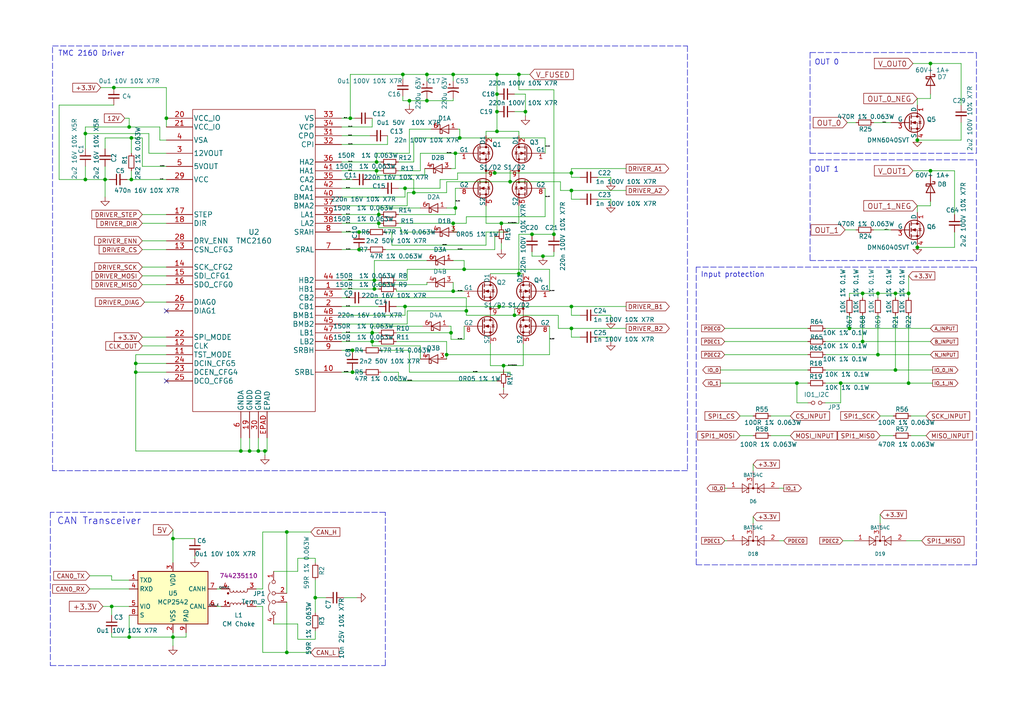
<source format=kicad_sch>
(kicad_sch (version 20211123) (generator eeschema)
  (paper "A4")
  (title_block (title "Duet 3 Expansion 1HCL") (date "2023-05-15") (rev "1.0a - AA-02-01") (company "Duet3D") (comment 1 "(c) Duet3D") (comment 2 "www.duet3d.com"))
  (junction (at 50.165 156.21))
  (junction (at 263.525 85.09))
  (junction (at 132.08 60.325))
  (junction (at 131.445 64.77))
  (junction (at 102.235 101.6))
  (junction (at 107.95 96.52))
  (junction (at 33.02 25.4))
  (junction (at 108.585 83.82))
  (junction (at 254.635 102.87))
  (junction (at 37.465 184.785))
  (junction (at 160.655 67.945))
  (junction (at 74.93 130.81))
  (junction (at 266.065 71.755))
  (junction (at 135.255 90.17))
  (junction (at 130.81 96.52))
  (junction (at 246.38 95.25))
  (junction (at 37.465 36.83))
  (junction (at 157.48 74.295))
  (junction (at 38.1 40.005))
  (junction (at 24.765 52.07))
  (junction (at 104.14 72.39))
  (junction (at 39.37 105.41))
  (junction (at 263.525 111.125))
  (junction (at 146.05 106.045))
  (junction (at 254.635 85.09))
  (junction (at 72.39 130.81))
  (junction (at 144.145 21.59))
  (junction (at 117.475 54.61))
  (junction (at 109.855 62.23))
  (junction (at 143.51 50.165))
  (junction (at 116.84 21.59))
  (junction (at 129.54 102.87))
  (junction (at 109.22 49.53))
  (junction (at 152.4 32.385))
  (junction (at 24.765 38.735))
  (junction (at 165.735 95.25))
  (junction (at 269.875 49.53))
  (junction (at 38.1 52.07))
  (junction (at 48.26 34.29))
  (junction (at 117.475 88.9))
  (junction (at 269.875 18.415))
  (junction (at 165.735 55.245))
  (junction (at 144.145 27.305))
  (junction (at 32.385 175.895))
  (junction (at 134.62 78.105))
  (junction (at 91.44 173.355))
  (junction (at 144.145 38.1))
  (junction (at 165.735 50.165))
  (junction (at 101.6 34.29))
  (junction (at 250.19 85.09))
  (junction (at 133.35 40.005))
  (junction (at 123.825 29.21))
  (junction (at 50.165 184.785))
  (junction (at 144.78 88.9))
  (junction (at 131.445 21.59))
  (junction (at 123.825 21.59))
  (junction (at 109.22 46.99))
  (junction (at 118.745 29.21))
  (junction (at 154.305 67.945))
  (junction (at 259.715 107.315))
  (junction (at 107.95 99.06))
  (junction (at 104.14 67.31))
  (junction (at 131.445 84.455))
  (junction (at 147.955 52.705))
  (junction (at 69.85 130.81))
  (junction (at 30.48 52.07))
  (junction (at 109.855 64.77))
  (junction (at 144.145 32.385))
  (junction (at 120.015 55.88))
  (junction (at 165.735 88.9))
  (junction (at 39.37 107.95))
  (junction (at 231.14 111.125))
  (junction (at 149.225 91.44))
  (junction (at 250.19 99.06))
  (junction (at 102.235 107.95))
  (junction (at 108.585 81.28))
  (junction (at 266.065 40.64))
  (junction (at 145.415 64.77))
  (junction (at 243.84 111.125))
  (junction (at 76.835 130.81))
  (junction (at 150.495 21.59))
  (junction (at 132.08 44.45))
  (junction (at 83.185 189.23))
  (junction (at 259.715 85.09))
  (junction (at 150.495 79.375))
  (junction (at 83.185 154.305))
  (no_connect (at 48.26 110.49))
  (no_connect (at 48.26 90.17))
  (wire (pts (xy 254.635 102.87) (xy 269.875 102.87)))
  (wire (pts (xy 131.445 23.495) (xy 131.445 21.59)))
  (wire (pts (xy 239.395 95.25) (xy 246.38 95.25)))
  (wire (pts (xy 231.14 111.125) (xy 234.315 111.125)))
  (wire (pts (xy 99.06 46.99) (xy 109.22 46.99)))
  (wire (pts (xy 41.275 62.23) (xy 48.26 62.23)))
  (wire (pts (xy 62.865 170.815) (xy 64.135 170.815)))
  (wire (pts (xy 144.145 27.305) (xy 144.145 21.59)))
  (wire (pts (xy 36.195 34.29) (xy 37.465 34.29)))
  (wire (pts (xy 116.84 29.21) (xy 118.745 29.21)))
  (wire (pts (xy 114.935 84.455) (xy 114.935 83.82)))
  (wire (pts (xy 254.635 102.87) (xy 254.635 91.44)))
  (wire (pts (xy 99.06 49.53) (xy 109.22 49.53)))
  (wire (pts (xy 109.855 83.82) (xy 108.585 83.82)))
  (wire (pts (xy 121.92 100.33) (xy 121.92 104.14)))
  (wire (pts (xy 86.36 161.925) (xy 91.44 161.925)))
  (wire (pts (xy 99.06 57.15) (xy 117.475 57.15)))
  (wire (pts (xy 278.765 18.415) (xy 269.875 18.415)))
  (wire (pts (xy 17.145 52.07) (xy 24.765 52.07)))
  (wire (pts (xy 269.875 18.415) (xy 264.795 18.415)))
  (polyline (pts (xy 234.95 46.355) (xy 234.95 75.565)))
  (wire (pts (xy 130.81 94.615) (xy 130.81 96.52)))
  (wire (pts (xy 132.08 54.61) (xy 133.35 54.61)))
  (wire (pts (xy 145.415 70.485) (xy 145.415 72.39)))
  (wire (pts (xy 91.44 161.925) (xy 91.44 163.195)))
  (wire (pts (xy 129.54 99.06) (xy 129.54 102.87)))
  (polyline (pts (xy 201.93 163.83) (xy 283.21 163.83)))
  (wire (pts (xy 266.065 71.755) (xy 266.065 72.39)))
  (wire (pts (xy 109.855 88.9) (xy 99.06 88.9)))
  (wire (pts (xy 140.97 38.1) (xy 144.145 38.1)))
  (wire (pts (xy 38.1 52.07) (xy 48.26 52.07)))
  (wire (pts (xy 109.22 44.45) (xy 109.22 46.99)))
  (wire (pts (xy 246.38 86.36) (xy 246.38 85.09)))
  (wire (pts (xy 254.635 85.09) (xy 259.715 85.09)))
  (wire (pts (xy 43.18 44.45) (xy 43.18 38.735)))
  (wire (pts (xy 263.525 111.125) (xy 263.525 91.44)))
  (wire (pts (xy 107.95 100.33) (xy 121.92 100.33)))
  (wire (pts (xy 135.255 64.77) (xy 135.255 62.865)))
  (wire (pts (xy 144.78 88.9) (xy 165.735 88.9)))
  (wire (pts (xy 149.225 91.44) (xy 149.225 89.535)))
  (wire (pts (xy 150.495 26.035) (xy 160.655 26.035)))
  (wire (pts (xy 246.38 91.44) (xy 246.38 95.25)))
  (wire (pts (xy 41.275 97.79) (xy 48.26 97.79)))
  (wire (pts (xy 118.11 55.88) (xy 120.015 55.88)))
  (wire (pts (xy 53.975 184.785) (xy 50.165 184.785)))
  (wire (pts (xy 144.78 88.9) (xy 144.78 89.535)))
  (wire (pts (xy 278.765 40.64) (xy 278.765 35.56)))
  (wire (pts (xy 123.825 29.21) (xy 131.445 29.21)))
  (wire (pts (xy 150.495 38.1) (xy 150.495 39.37)))
  (wire (pts (xy 144.145 38.1) (xy 150.495 38.1)))
  (wire (pts (xy 109.22 49.53) (xy 110.49 49.53)))
  (wire (pts (xy 253.365 66.675) (xy 258.445 66.675)))
  (wire (pts (xy 129.54 102.87) (xy 159.385 102.87)))
  (wire (pts (xy 134.62 75.565) (xy 134.62 78.105)))
  (wire (pts (xy 32.385 167.005) (xy 26.035 167.005)))
  (wire (pts (xy 266.065 71.755) (xy 276.86 71.755)))
  (wire (pts (xy 266.065 28.575) (xy 266.065 30.48)))
  (wire (pts (xy 239.395 107.315) (xy 259.715 107.315)))
  (wire (pts (xy 159.385 78.105) (xy 134.62 78.105)))
  (wire (pts (xy 177.165 97.79) (xy 177.165 99.06)))
  (wire (pts (xy 159.385 94.615) (xy 159.385 102.87)))
  (wire (pts (xy 83.185 174.625) (xy 83.185 189.23)))
  (wire (pts (xy 144.145 21.59) (xy 150.495 21.59)))
  (wire (pts (xy 154.305 73.025) (xy 154.305 74.295)))
  (wire (pts (xy 99.06 81.28) (xy 108.585 81.28)))
  (wire (pts (xy 115.57 54.61) (xy 117.475 54.61)))
  (wire (pts (xy 146.05 107.315) (xy 146.05 106.045)))
  (wire (pts (xy 112.395 39.37) (xy 112.395 41.91)))
  (wire (pts (xy 149.225 32.385) (xy 152.4 32.385)))
  (wire (pts (xy 118.745 37.465) (xy 118.745 44.45)))
  (wire (pts (xy 50.165 163.195) (xy 50.165 156.21)))
  (wire (pts (xy 86.36 165.735) (xy 86.36 161.925)))
  (wire (pts (xy 46.355 40.64) (xy 46.355 36.83)))
  (wire (pts (xy 41.275 64.77) (xy 48.26 64.77)))
  (polyline (pts (xy 15.24 13.335) (xy 199.39 13.335)))
  (wire (pts (xy 140.97 67.31) (xy 140.97 71.12)))
  (wire (pts (xy 102.235 107.95) (xy 105.41 107.95)))
  (wire (pts (xy 150.495 21.59) (xy 150.495 26.035)))
  (wire (pts (xy 109.855 64.77) (xy 99.06 64.77)))
  (wire (pts (xy 168.275 51.435) (xy 165.735 51.435)))
  (wire (pts (xy 150.495 67.945) (xy 150.495 79.375)))
  (wire (pts (xy 208.915 107.315) (xy 234.315 107.315)))
  (wire (pts (xy 269.875 49.53) (xy 269.875 50.8)))
  (wire (pts (xy 41.275 72.39) (xy 48.26 72.39)))
  (wire (pts (xy 147.955 107.95) (xy 118.745 107.95)))
  (wire (pts (xy 48.26 87.63) (xy 41.91 87.63)))
  (wire (pts (xy 255.27 149.225) (xy 255.27 151.765)))
  (wire (pts (xy 266.065 59.69) (xy 269.875 59.69)))
  (wire (pts (xy 177.165 57.785) (xy 177.165 59.055)))
  (wire (pts (xy 243.84 111.125) (xy 263.525 111.125)))
  (wire (pts (xy 132.08 62.23) (xy 132.08 60.325)))
  (wire (pts (xy 76.835 132.08) (xy 76.835 130.81)))
  (wire (pts (xy 129.54 104.14) (xy 129.54 102.87)))
  (wire (pts (xy 53.975 183.515) (xy 53.975 184.785)))
  (wire (pts (xy 263.525 85.09) (xy 263.525 86.36)))
  (wire (pts (xy 38.1 40.005) (xy 38.1 44.45)))
  (wire (pts (xy 123.825 75.565) (xy 108.585 75.565)))
  (wire (pts (xy 154.305 74.295) (xy 157.48 74.295)))
  (wire (pts (xy 181.61 88.9) (xy 165.735 88.9)))
  (wire (pts (xy 24.765 48.26) (xy 24.765 52.07)))
  (wire (pts (xy 266.065 59.69) (xy 266.065 61.595)))
  (wire (pts (xy 159.385 78.105) (xy 159.385 84.455)))
  (wire (pts (xy 102.235 101.6) (xy 102.235 102.235)))
  (wire (pts (xy 120.015 40.005) (xy 133.35 40.005)))
  (wire (pts (xy 165.735 50.165) (xy 165.735 51.435)))
  (wire (pts (xy 250.19 91.44) (xy 250.19 99.06)))
  (wire (pts (xy 142.24 99.695) (xy 142.24 106.045)))
  (wire (pts (xy 48.26 36.83) (xy 48.26 34.29)))
  (wire (pts (xy 131.445 64.77) (xy 135.255 64.77)))
  (wire (pts (xy 121.92 44.45) (xy 132.08 44.45)))
  (wire (pts (xy 117.475 54.61) (xy 117.475 57.15)))
  (wire (pts (xy 37.465 34.29) (xy 37.465 36.83)))
  (wire (pts (xy 37.465 36.83) (xy 46.355 36.83)))
  (wire (pts (xy 125.095 37.465) (xy 118.745 37.465)))
  (wire (pts (xy 239.395 116.84) (xy 243.84 116.84)))
  (wire (pts (xy 165.735 95.25) (xy 161.925 95.25)))
  (wire (pts (xy 30.48 52.07) (xy 30.48 57.15)))
  (wire (pts (xy 76.2 170.815) (xy 76.2 154.305)))
  (wire (pts (xy 120.015 52.07) (xy 120.015 55.88)))
  (wire (pts (xy 43.18 38.735) (xy 24.765 38.735)))
  (wire (pts (xy 266.065 40.64) (xy 266.065 41.275)))
  (wire (pts (xy 210.82 156.845) (xy 210.185 156.845)))
  (wire (pts (xy 74.93 127) (xy 74.93 130.81)))
  (wire (pts (xy 72.39 127) (xy 72.39 130.81)))
  (wire (pts (xy 118.745 101.6) (xy 118.745 107.95)))
  (wire (pts (xy 152.4 32.385) (xy 152.4 33.655)))
  (wire (pts (xy 133.35 40.005) (xy 158.115 40.005)))
  (wire (pts (xy 102.235 52.07) (xy 99.06 52.07)))
  (polyline (pts (xy 283.21 77.47) (xy 201.93 77.47)))
  (wire (pts (xy 99.06 99.06) (xy 107.95 99.06)))
  (wire (pts (xy 104.14 67.31) (xy 99.06 67.31)))
  (wire (pts (xy 56.515 156.21) (xy 50.165 156.21)))
  (wire (pts (xy 30.48 40.005) (xy 38.1 40.005)))
  (wire (pts (xy 173.355 57.785) (xy 177.165 57.785)))
  (wire (pts (xy 165.735 97.79) (xy 168.275 97.79)))
  (wire (pts (xy 30.48 43.18) (xy 30.48 40.005)))
  (wire (pts (xy 246.38 95.25) (xy 269.875 95.25)))
  (wire (pts (xy 173.355 51.435) (xy 177.165 51.435)))
  (wire (pts (xy 62.865 175.895) (xy 64.135 175.895)))
  (wire (pts (xy 26.035 170.815) (xy 37.465 170.815)))
  (wire (pts (xy 210.82 141.605) (xy 210.185 141.605)))
  (wire (pts (xy 161.925 95.25) (xy 161.925 91.44)))
  (wire (pts (xy 37.465 184.785) (xy 50.165 184.785)))
  (wire (pts (xy 48.26 100.33) (xy 41.275 100.33)))
  (wire (pts (xy 102.235 107.315) (xy 102.235 107.95)))
  (wire (pts (xy 278.765 30.48) (xy 278.765 18.415)))
  (wire (pts (xy 267.335 156.845) (xy 262.89 156.845)))
  (wire (pts (xy 129.54 60.325) (xy 132.08 60.325)))
  (wire (pts (xy 147.32 67.31) (xy 140.97 67.31)))
  (wire (pts (xy 145.415 64.77) (xy 145.415 65.405)))
  (polyline (pts (xy 111.76 148.59) (xy 14.605 148.59)))
  (wire (pts (xy 38.1 49.53) (xy 38.1 52.07)))
  (wire (pts (xy 31.75 52.07) (xy 30.48 52.07)))
  (wire (pts (xy 115.57 62.23) (xy 132.08 62.23)))
  (wire (pts (xy 105.41 101.6) (xy 102.235 101.6)))
  (wire (pts (xy 143.51 72.39) (xy 143.51 68.58)))
  (wire (pts (xy 109.22 46.99) (xy 110.49 46.99)))
  (wire (pts (xy 173.355 97.79) (xy 177.165 97.79)))
  (wire (pts (xy 121.92 49.53) (xy 121.92 44.45)))
  (wire (pts (xy 76.2 189.23) (xy 83.185 189.23)))
  (wire (pts (xy 41.275 77.47) (xy 48.26 77.47)))
  (wire (pts (xy 117.475 54.61) (xy 127.635 54.61)))
  (wire (pts (xy 142.24 106.045) (xy 146.05 106.045)))
  (wire (pts (xy 226.06 141.605) (xy 227.33 141.605)))
  (polyline (pts (xy 14.605 148.59) (xy 14.605 193.04)))
  (wire (pts (xy 120.015 46.99) (xy 120.015 40.005)))
  (wire (pts (xy 158.115 40.005) (xy 158.115 44.45)))
  (wire (pts (xy 214.63 126.365) (xy 218.44 126.365)))
  (wire (pts (xy 103.505 173.355) (xy 99.695 173.355)))
  (wire (pts (xy 129.54 52.705) (xy 147.955 52.705)))
  (wire (pts (xy 30.48 52.07) (xy 30.48 48.26)))
  (wire (pts (xy 48.26 102.87) (xy 39.37 102.87)))
  (wire (pts (xy 37.465 36.83) (xy 24.765 36.83)))
  (wire (pts (xy 111.76 72.39) (xy 143.51 72.39)))
  (wire (pts (xy 118.11 59.69) (xy 118.11 55.88)))
  (wire (pts (xy 101.6 21.59) (xy 116.84 21.59)))
  (wire (pts (xy 177.165 51.435) (xy 177.165 52.705)))
  (wire (pts (xy 160.655 73.025) (xy 160.655 74.295)))
  (wire (pts (xy 255.27 126.365) (xy 259.08 126.365)))
  (wire (pts (xy 109.855 62.23) (xy 99.06 62.23)))
  (wire (pts (xy 29.21 25.4) (xy 33.02 25.4)))
  (wire (pts (xy 168.275 91.44) (xy 165.735 91.44)))
  (wire (pts (xy 39.37 105.41) (xy 39.37 107.95)))
  (wire (pts (xy 109.855 62.23) (xy 109.855 60.325)))
  (wire (pts (xy 110.49 62.23) (xy 109.855 62.23)))
  (wire (pts (xy 259.715 91.44) (xy 259.715 107.315)))
  (wire (pts (xy 234.315 116.84) (xy 231.14 116.84)))
  (wire (pts (xy 118.11 78.105) (xy 118.11 81.28)))
  (wire (pts (xy 269.875 49.53) (xy 264.795 49.53)))
  (wire (pts (xy 50.165 187.325) (xy 50.165 184.785)))
  (wire (pts (xy 165.735 48.895) (xy 165.735 50.165)))
  (wire (pts (xy 108.585 82.55) (xy 123.825 82.55)))
  (wire (pts (xy 133.35 37.465) (xy 132.715 37.465)))
  (wire (pts (xy 109.855 60.325) (xy 121.92 60.325)))
  (wire (pts (xy 76.835 130.81) (xy 77.47 130.81)))
  (wire (pts (xy 231.14 116.84) (xy 231.14 111.125)))
  (wire (pts (xy 127.635 54.61) (xy 127.635 52.07)))
  (wire (pts (xy 143.51 49.53) (xy 143.51 50.165)))
  (wire (pts (xy 72.39 130.81) (xy 74.93 130.81)))
  (wire (pts (xy 144.145 32.385) (xy 144.145 38.1)))
  (wire (pts (xy 214.63 120.65) (xy 218.44 120.65)))
  (wire (pts (xy 151.765 99.695) (xy 151.765 106.045)))
  (wire (pts (xy 165.735 57.785) (xy 165.735 55.245)))
  (wire (pts (xy 130.175 94.615) (xy 130.81 94.615)))
  (wire (pts (xy 39.37 102.87) (xy 39.37 105.41)))
  (wire (pts (xy 48.26 107.95) (xy 39.37 107.95)))
  (wire (pts (xy 143.51 50.165) (xy 165.735 50.165)))
  (wire (pts (xy 147.955 52.705) (xy 147.955 49.53)))
  (wire (pts (xy 41.275 82.55) (xy 48.26 82.55)))
  (wire (pts (xy 149.225 27.305) (xy 152.4 27.305)))
  (wire (pts (xy 118.745 30.48) (xy 118.745 29.21)))
  (wire (pts (xy 107.95 96.52) (xy 99.06 96.52)))
  (wire (pts (xy 130.81 98.425) (xy 134.62 98.425)))
  (wire (pts (xy 132.08 48.895) (xy 132.08 44.45)))
  (wire (pts (xy 36.83 52.07) (xy 38.1 52.07)))
  (wire (pts (xy 108.585 81.28) (xy 109.855 81.28)))
  (wire (pts (xy 266.065 40.64) (xy 278.765 40.64)))
  (wire (pts (xy 142.24 79.375) (xy 150.495 79.375)))
  (wire (pts (xy 86.36 185.42) (xy 86.36 180.975)))
  (wire (pts (xy 107.95 36.83) (xy 107.95 34.29)))
  (wire (pts (xy 118.745 29.21) (xy 123.825 29.21)))
  (wire (pts (xy 131.445 84.455) (xy 114.935 84.455)))
  (wire (pts (xy 108.585 83.82) (xy 108.585 82.55)))
  (wire (pts (xy 130.81 48.895) (xy 132.08 48.895)))
  (wire (pts (xy 108.585 75.565) (xy 108.585 81.28)))
  (wire (pts (xy 173.355 91.44) (xy 177.165 91.44)))
  (wire (pts (xy 269.875 18.415) (xy 269.875 19.685)))
  (wire (pts (xy 114.935 88.9) (xy 117.475 88.9)))
  (wire (pts (xy 118.11 93.98) (xy 118.11 90.17)))
  (wire (pts (xy 91.44 182.88) (xy 91.44 185.42)))
  (wire (pts (xy 116.84 21.59) (xy 123.825 21.59)))
  (wire (pts (xy 130.81 96.52) (xy 130.81 98.425)))
  (wire (pts (xy 106.045 86.36) (xy 135.255 86.36)))
  (polyline (pts (xy 199.39 13.335) (xy 199.39 136.525)))
  (wire (pts (xy 160.655 26.035) (xy 160.655 67.945)))
  (wire (pts (xy 114.935 96.52) (xy 130.81 96.52)))
  (wire (pts (xy 150.495 64.77) (xy 145.415 64.77)))
  (wire (pts (xy 165.735 48.895) (xy 181.61 48.895)))
  (wire (pts (xy 263.525 111.125) (xy 270.51 111.125)))
  (wire (pts (xy 259.715 85.09) (xy 259.715 86.36)))
  (wire (pts (xy 107.95 99.06) (xy 107.95 100.33)))
  (wire (pts (xy 218.44 134.62) (xy 218.44 136.525)))
  (polyline (pts (xy 14.605 193.04) (xy 111.76 193.04)))
  (wire (pts (xy 234.315 102.87) (xy 210.185 102.87)))
  (wire (pts (xy 177.165 91.44) (xy 177.165 92.71)))
  (wire (pts (xy 165.735 91.44) (xy 165.735 88.9)))
  (wire (pts (xy 99.06 59.69) (xy 118.11 59.69)))
  (wire (pts (xy 99.06 39.37) (xy 107.315 39.37)))
  (wire (pts (xy 135.255 86.36) (xy 135.255 90.17)))
  (polyline (pts (xy 283.21 44.45) (xy 283.21 15.24)))
  (wire (pts (xy 77.47 130.81) (xy 77.47 127)))
  (wire (pts (xy 116.205 67.31) (xy 125.095 67.31)))
  (wire (pts (xy 99.06 34.29) (xy 101.6 34.29)))
  (polyline (pts (xy 201.93 77.47) (xy 201.93 163.83)))
  (wire (pts (xy 109.22 50.8) (xy 123.19 50.8)))
  (wire (pts (xy 218.44 149.86) (xy 218.44 151.765)))
  (wire (pts (xy 239.395 102.87) (xy 254.635 102.87)))
  (wire (pts (xy 118.745 44.45) (xy 109.22 44.45)))
  (wire (pts (xy 149.225 91.44) (xy 135.255 91.44)))
  (wire (pts (xy 132.715 50.165) (xy 143.51 50.165)))
  (wire (pts (xy 104.14 72.39) (xy 99.06 72.39)))
  (wire (pts (xy 145.415 64.77) (xy 140.97 64.77)))
  (wire (pts (xy 41.275 48.26) (xy 48.26 48.26)))
  (wire (pts (xy 38.1 40.005) (xy 41.275 40.005)))
  (wire (pts (xy 147.955 52.705) (xy 162.56 52.705)))
  (wire (pts (xy 109.855 66.04) (xy 116.205 66.04)))
  (wire (pts (xy 147.955 109.22) (xy 147.955 107.95)))
  (wire (pts (xy 168.275 57.785) (xy 165.735 57.785)))
  (wire (pts (xy 146.05 113.03) (xy 146.05 112.395)))
  (wire (pts (xy 116.84 22.86) (xy 116.84 21.59)))
  (wire (pts (xy 74.93 130.81) (xy 76.835 130.81)))
  (wire (pts (xy 91.44 185.42) (xy 86.36 185.42)))
  (wire (pts (xy 259.08 120.65) (xy 255.27 120.65)))
  (wire (pts (xy 113.665 71.12) (xy 140.97 71.12)))
  (wire (pts (xy 115.57 110.49) (xy 115.57 107.95)))
  (wire (pts (xy 79.375 180.975) (xy 86.36 180.975)))
  (wire (pts (xy 234.315 95.25) (xy 210.185 95.25)))
  (wire (pts (xy 106.68 72.39) (xy 104.14 72.39)))
  (wire (pts (xy 131.445 21.59) (xy 144.145 21.59)))
  (wire (pts (xy 37.465 175.895) (xy 32.385 175.895)))
  (wire (pts (xy 245.11 66.675) (xy 248.285 66.675)))
  (wire (pts (xy 108.585 83.82) (xy 99.06 83.82)))
  (wire (pts (xy 165.735 97.79) (xy 165.735 95.25)))
  (wire (pts (xy 113.665 67.31) (xy 113.665 71.12)))
  (wire (pts (xy 91.44 173.355) (xy 91.44 177.8)))
  (wire (pts (xy 48.26 40.64) (xy 46.355 40.64)))
  (wire (pts (xy 41.275 40.005) (xy 41.275 48.26)))
  (wire (pts (xy 99.06 54.61) (xy 110.49 54.61)))
  (wire (pts (xy 120.015 46.99) (xy 115.57 46.99)))
  (wire (pts (xy 250.19 85.09) (xy 254.635 85.09)))
  (wire (pts (xy 132.715 67.31) (xy 131.445 67.31)))
  (wire (pts (xy 223.52 126.365) (xy 229.235 126.365)))
  (wire (pts (xy 276.86 49.53) (xy 276.86 62.23)))
  (wire (pts (xy 115.57 107.95) (xy 110.49 107.95)))
  (wire (pts (xy 17.145 30.48) (xy 17.145 52.07)))
  (wire (pts (xy 131.445 75.565) (xy 134.62 75.565)))
  (wire (pts (xy 123.825 29.21) (xy 123.825 28.575)))
  (wire (pts (xy 99.06 107.95) (xy 102.235 107.95)))
  (wire (pts (xy 48.26 105.41) (xy 39.37 105.41)))
  (wire (pts (xy 48.26 34.29) (xy 48.26 25.4)))
  (wire (pts (xy 234.315 99.06) (xy 210.185 99.06)))
  (wire (pts (xy 157.48 74.295) (xy 160.655 74.295)))
  (wire (pts (xy 24.765 36.83) (xy 24.765 38.735)))
  (wire (pts (xy 101.6 34.29) (xy 102.87 34.29)))
  (wire (pts (xy 150.495 59.69) (xy 150.495 64.77)))
  (wire (pts (xy 109.22 49.53) (xy 109.22 50.8)))
  (wire (pts (xy 74.295 175.895) (xy 76.2 175.895)))
  (wire (pts (xy 123.825 23.495) (xy 123.825 21.59)))
  (wire (pts (xy 144.145 27.305) (xy 144.145 32.385)))
  (wire (pts (xy 110.49 64.77) (xy 109.855 64.77)))
  (wire (pts (xy 244.475 156.845) (xy 247.65 156.845)))
  (polyline (pts (xy 234.95 75.565) (xy 283.21 75.565)))
  (wire (pts (xy 127.635 52.07) (xy 132.715 52.07)))
  (wire (pts (xy 264.16 120.65) (xy 268.605 120.65)))
  (wire (pts (xy 107.95 94.615) (xy 122.555 94.615)))
  (wire (pts (xy 107.95 96.52) (xy 107.95 94.615)))
  (wire (pts (xy 227.33 156.845) (xy 226.06 156.845)))
  (wire (pts (xy 239.395 111.125) (xy 243.84 111.125)))
  (wire (pts (xy 99.06 36.83) (xy 107.95 36.83)))
  (wire (pts (xy 41.275 80.01) (xy 48.26 80.01)))
  (wire (pts (xy 115.57 49.53) (xy 121.92 49.53)))
  (wire (pts (xy 132.715 52.07) (xy 132.715 50.165)))
  (wire (pts (xy 115.57 110.49) (xy 144.145 110.49)))
  (wire (pts (xy 83.185 154.305) (xy 90.17 154.305)))
  (polyline (pts (xy 234.95 15.24) (xy 283.21 15.24)))
  (wire (pts (xy 32.385 178.435) (xy 32.385 175.895)))
  (wire (pts (xy 37.465 178.435) (xy 37.465 184.785)))
  (wire (pts (xy 69.85 130.81) (xy 72.39 130.81)))
  (wire (pts (xy 146.05 106.045) (xy 151.765 106.045)))
  (wire (pts (xy 131.445 84.455) (xy 134.62 84.455)))
  (wire (pts (xy 33.02 25.4) (xy 48.26 25.4)))
  (wire (pts (xy 263.525 80.01) (xy 263.525 85.09)))
  (wire (pts (xy 110.49 101.6) (xy 118.745 101.6)))
  (wire (pts (xy 109.855 64.77) (xy 109.855 66.04)))
  (wire (pts (xy 131.445 29.21) (xy 131.445 28.575)))
  (wire (pts (xy 134.62 98.425) (xy 134.62 94.615)))
  (wire (pts (xy 161.925 91.44) (xy 149.225 91.44)))
  (polyline (pts (xy 283.21 75.565) (xy 283.21 46.355)))
  (wire (pts (xy 50.165 156.21) (xy 50.165 153.67)))
  (wire (pts (xy 162.56 52.705) (xy 162.56 55.245)))
  (wire (pts (xy 154.305 67.945) (xy 160.655 67.945)))
  (wire (pts (xy 150.495 79.375) (xy 151.765 79.375)))
  (polyline (pts (xy 199.39 136.525) (xy 15.24 136.525)))
  (wire (pts (xy 33.02 30.48) (xy 17.145 30.48)))
  (wire (pts (xy 117.475 88.9) (xy 117.475 91.44)))
  (polyline (pts (xy 283.21 163.83) (xy 283.21 77.47)))
  (wire (pts (xy 259.715 107.315) (xy 270.51 107.315)))
  (wire (pts (xy 117.475 88.9) (xy 144.78 88.9)))
  (wire (pts (xy 41.275 69.85) (xy 48.26 69.85)))
  (wire (pts (xy 269.875 27.305) (xy 269.875 28.575)))
  (wire (pts (xy 268.605 126.365) (xy 264.16 126.365)))
  (wire (pts (xy 69.85 127) (xy 69.85 130.81)))
  (wire (pts (xy 39.37 130.81) (xy 69.85 130.81)))
  (wire (pts (xy 135.255 91.44) (xy 135.255 90.17)))
  (wire (pts (xy 250.19 86.36) (xy 250.19 85.09)))
  (wire (pts (xy 106.68 67.31) (xy 104.14 67.31)))
  (wire (pts (xy 162.56 55.245) (xy 165.735 55.245)))
  (wire (pts (xy 208.915 111.125) (xy 231.14 111.125)))
  (polyline (pts (xy 234.95 15.24) (xy 234.95 44.45)))
  (wire (pts (xy 132.08 44.45) (xy 133.35 44.45)))
  (wire (pts (xy 116.205 66.04) (xy 116.205 67.31)))
  (wire (pts (xy 112.395 41.91) (xy 99.06 41.91)))
  (wire (pts (xy 152.4 27.305) (xy 152.4 32.385)))
  (wire (pts (xy 131.445 67.31) (xy 131.445 64.77)))
  (wire (pts (xy 135.255 62.865) (xy 158.115 62.865)))
  (wire (pts (xy 102.235 101.6) (xy 99.06 101.6)))
  (wire (pts (xy 79.375 165.735) (xy 86.36 165.735)))
  (wire (pts (xy 118.11 90.17) (xy 135.255 90.17)))
  (wire (pts (xy 91.44 168.275) (xy 91.44 173.355)))
  (wire (pts (xy 123.19 50.8) (xy 123.19 48.895)))
  (wire (pts (xy 140.97 38.1) (xy 140.97 39.37)))
  (wire (pts (xy 24.765 38.735) (xy 24.765 43.18)))
  (wire (pts (xy 39.37 107.95) (xy 39.37 130.81)))
  (wire (pts (xy 83.185 189.23) (xy 90.17 189.23)))
  (wire (pts (xy 245.745 35.56) (xy 248.285 35.56)))
  (wire (pts (xy 83.185 172.085) (xy 83.185 154.305)))
  (wire (pts (xy 32.385 175.895) (xy 29.845 175.895)))
  (wire (pts (xy 134.62 78.105) (xy 118.11 78.105)))
  (wire (pts (xy 246.38 85.09) (xy 250.19 85.09)))
  (wire (pts (xy 269.875 58.42) (xy 269.875 59.69)))
  (wire (pts (xy 107.315 52.07) (xy 120.015 52.07)))
  (wire (pts (xy 100.965 86.36) (xy 99.06 86.36)))
  (wire (pts (xy 133.35 40.005) (xy 133.35 37.465)))
  (wire (pts (xy 129.54 52.705) (xy 129.54 55.88)))
  (wire (pts (xy 120.015 55.88) (xy 129.54 55.88)))
  (polyline (pts (xy 234.95 44.45) (xy 283.21 44.45)))
  (wire (pts (xy 165.735 95.25) (xy 181.61 95.25)))
  (wire (pts (xy 101.6 21.59) (xy 101.6 34.29)))
  (wire (pts (xy 123.825 82.55) (xy 123.825 81.915)))
  (wire (pts (xy 250.19 99.06) (xy 269.875 99.06)))
  (polyline (pts (xy 15.24 136.525) (xy 15.24 13.335)))
  (wire (pts (xy 123.825 21.59) (xy 131.445 21.59)))
  (wire (pts (xy 32.385 183.515) (xy 32.385 184.785)))
  (wire (pts (xy 253.365 35.56) (xy 258.445 35.56)))
  (wire (pts (xy 114.935 99.06) (xy 129.54 99.06)))
  (wire (pts (xy 111.76 67.31) (xy 113.665 67.31)))
  (wire (pts (xy 140.97 59.69) (xy 140.97 64.77)))
  (wire (pts (xy 276.86 49.53) (xy 269.875 49.53)))
  (wire (pts (xy 266.065 28.575) (xy 269.875 28.575)))
  (wire (pts (xy 118.11 81.28) (xy 114.935 81.28)))
  (wire (pts (xy 74.295 170.815) (xy 76.2 170.815)))
  (wire (pts (xy 91.44 173.355) (xy 94.615 173.355)))
  (wire (pts (xy 259.715 85.09) (xy 263.525 85.09)))
  (wire (pts (xy 158.115 54.61) (xy 158.115 62.865)))
  (wire (pts (xy 116.84 27.94) (xy 116.84 29.21)))
  (wire (pts (xy 223.52 120.65) (xy 229.235 120.65)))
  (wire (pts (xy 243.84 116.84) (xy 243.84 111.125)))
  (polyline (pts (xy 111.76 193.04) (xy 111.76 148.59)))
  (wire (pts (xy 131.445 81.915) (xy 131.445 84.455)))
  (wire (pts (xy 107.95 99.06) (xy 109.855 99.06)))
  (wire (pts (xy 37.465 168.275) (xy 32.385 168.275)))
  (wire (pts (xy 254.635 86.36) (xy 254.635 85.09)))
  (wire (pts (xy 150.495 21.59) (xy 153.67 21.59)))
  (wire (pts (xy 50.165 184.785) (xy 50.165 183.515)))
  (wire (pts (xy 76.2 154.305) (xy 83.185 154.305)))
  (wire (pts (xy 43.18 44.45) (xy 48.26 44.45)))
  (wire (pts (xy 32.385 168.275) (xy 32.385 167.005)))
  (wire (pts (xy 32.385 184.785) (xy 37.465 184.785)))
  (wire (pts (xy 239.395 99.06) (xy 250.19 99.06)))
  (wire (pts (xy 99.06 91.44) (xy 117.475 91.44)))
  (wire (pts (xy 132.08 54.61) (xy 132.08 60.325)))
  (wire (pts (xy 109.855 96.52) (xy 107.95 96.52)))
  (wire (pts (xy 99.06 93.98) (xy 118.11 93.98)))
  (wire (pts (xy 56.515 161.925) (xy 56.515 161.29)))
  (wire (pts (xy 115.57 64.77) (xy 131.445 64.77)))
  (wire (pts (xy 276.86 71.755) (xy 276.86 67.31)))
  (wire (pts (xy 76.2 175.895) (xy 76.2 189.23)))
  (polyline (pts (xy 234.95 46.355) (xy 283.21 46.355)))
  (wire (pts (xy 150.495 67.945) (xy 154.305 67.945)))
  (wire (pts (xy 181.61 55.245) (xy 165.735 55.245)))
  (wire (pts (xy 24.765 52.07) (xy 30.48 52.07)))
  (text "Input protection" (at 203.2 80.645 0) (effects (font (size 1.524 1.524)) (justify left bottom)))
  (text "OUT 0" (at 236.22 19.05 0) (effects (font (size 1.524 1.524)) (justify left bottom)))
  (text "CAN Transceiver" (at 16.51 152.4 0) (effects (font (size 2.0066 2.0066)) (justify left bottom)))
  (text "TMC 2160 Driver" (at 36.195 16.51 180) (effects (font (size 1.524 1.524)) (justify right bottom)))
  (text "OUT 1" (at 236.22 50.165 0) (effects (font (size 1.524 1.524)) (justify left bottom)))
  (label "D0_CPO" (at 100.965 41.91 0) (effects (font (size 0.2032 0.2032))))
  (label "D0_CA1" (at 100.33 54.61 0) (effects (font (size 0.2032 0.2032))))
  (label "D0_LA1" (at 100.33 62.23 0) (effects (font (size 0.2032 0.2032))))
  (label "D0_HAG1" (at 129.54 44.45 0) (effects (font (size 0.2032 0.2032))))
  (label "D0_VS" (at 99.695 34.29 0) (effects (font (size 0.2032 0.2032))))
  (label "out1_g" (at 256.54 66.675 0) (effects (font (size 0.2032 0.2032))))
  (label "D0_SRBG" (at 118.11 110.49 0) (effects (font (size 0.2032 0.2032))))
  (label "D0_LAG1" (at 132.08 58.42 0) (effects (font (size 0.2032 0.2032))))
  (label "D0_SRBH" (at 100.33 101.6 0) (effects (font (size 0.2032 0.2032))))
  (label "D0_VCP" (at 100.965 36.83 0) (effects (font (size 0.2032 0.2032))))
  (label "D0_LA2" (at 100.33 64.77 0) (effects (font (size 0.2032 0.2032))))
  (label "D0_SRAH" (at 100.33 67.31 0) (effects (font (size 0.2032 0.2032))))
  (label "out0_g" (at 255.905 35.56 0) (effects (font (size 0.2032 0.2032))))
  (label "D0_CB1" (at 100.33 88.9 0) (effects (font (size 0.2032 0.2032))))
  (label "D0_FETSOURCEB" (at 147.32 106.045 0) (effects (font (size 0.2032 0.2032))))
  (label "D0_LB2" (at 100.33 99.06 0) (effects (font (size 0.2032 0.2032))))
  (label "D_5VOUT" (at 46.355 48.26 0) (effects (font (size 0.2032 0.2032))))
  (label "D0_SRAG" (at 132.715 72.39 0) (effects (font (size 0.2032 0.2032))))
  (label "D0_HA1" (at 100.965 49.53 0) (effects (font (size 0.2032 0.2032))))
  (label "D_VCC" (at 46.355 52.07 0) (effects (font (size 0.2032 0.2032))))
  (label "D0_SRAT" (at 128.27 71.12 0) (effects (font (size 0.2032 0.2032))))
  (label "D0_HB1" (at 100.965 83.82 0) (effects (font (size 0.2032 0.2032))))
  (label "D0_SRBT" (at 137.16 107.95 0) (effects (font (size 0.2032 0.2032))))
  (label "D0_HAG2" (at 158.115 42.545 0) (effects (font (size 0.2032 0.2032))))
  (label "D0_SRAL" (at 100.33 72.39 0) (effects (font (size 0.2032 0.2032))))
  (label "D0_LAG2" (at 158.115 57.15 0) (effects (font (size 0.2032 0.2032))))
  (label "D0_LB1" (at 100.33 96.52 0) (effects (font (size 0.2032 0.2032))))
  (label "D0_CA2" (at 100.33 52.07 0) (effects (font (size 0.2032 0.2032))))
  (label "D0_CB2" (at 100.33 86.36 0) (effects (font (size 0.2032 0.2032))))
  (label "D0_FETSOURCEA" (at 147.32 64.77 0) (effects (font (size 0.2032 0.2032))))
  (label "CANH_C" (at 63.5 170.815 0) (effects (font (size 0.508 0.508))))
  (label "D0_HA2" (at 100.965 46.99 0) (effects (font (size 0.2032 0.2032))))
  (label "CANL_C" (at 63.5 175.895 180) (effects (font (size 0.508 0.508))))
  (label "D0_LBG1" (at 132.715 98.425 0) (effects (font (size 0.2032 0.2032))))
  (label "D0_SRBL" (at 99.695 107.95 0) (effects (font (size 0.2032 0.2032))))
  (label "D0_HBG1" (at 132.715 84.455 0) (effects (font (size 0.2032 0.2032))))
  (label "D0_CPI" (at 100.965 39.37 0) (effects (font (size 0.2032 0.2032))))
  (label "D0_LBG2" (at 159.385 98.425 0) (effects (font (size 0.2032 0.2032))))
  (label "D0_HB2" (at 100.965 81.28 0) (effects (font (size 0.2032 0.2032))))
  (label "D0_HBG2" (at 159.385 84.455 0) (effects (font (size 0.2032 0.2032))))
  (global_label "IO_1" (shape output) (at 227.33 141.605 0) (effects (font (size 0.9906 0.9906))) (property "Intersheet References" "${INTERSHEET_REFS}" (effects hide)))
  (global_label "12V" (shape input) (at 36.195 34.29 180) (property "Intersheet References" "${INTERSHEET_REFS}" (effects hide)))
  (global_label "PDEC0" (shape input) (at 227.33 156.845 0) (effects (font (size 0.9906 0.9906))) (property "Intersheet References" "${INTERSHEET_REFS}" (effects hide)))
  (global_label "DRIVER_MOSI" (shape input) (at 41.275 80.01 180) (property "Intersheet References" "${INTERSHEET_REFS}" (effects hide)))
  (global_label "DRIVER_STEP" (shape input) (at 41.275 62.23 180) (property "Intersheet References" "${INTERSHEET_REFS}" (effects hide)))
  (global_label "DRIVER_A2" (shape output) (at 181.61 55.245 0) (property "Intersheet References" "${INTERSHEET_REFS}" (effects hide)))
  (global_label "IO_1_IN" (shape output) (at 270.51 111.125 0) (effects (font (size 0.9906 0.9906))) (property "Intersheet References" "${INTERSHEET_REFS}" (effects hide)))
  (global_label "SPI1_MISO" (shape input) (at 255.27 126.365 180) (property "Intersheet References" "${INTERSHEET_REFS}" (effects hide)))
  (global_label "IO_0" (shape output) (at 208.915 107.315 180) (effects (font (size 0.9906 0.9906))) (property "Intersheet References" "${INTERSHEET_REFS}" (effects hide)))
  (global_label "DRIVER_MISO" (shape input) (at 41.275 82.55 180) (property "Intersheet References" "${INTERSHEET_REFS}" (effects hide)))
  (global_label "SPI1_MISO" (shape input) (at 267.335 156.845 0) (property "Intersheet References" "${INTERSHEET_REFS}" (effects hide)))
  (global_label "+3.3V" (shape input) (at 218.44 134.62 0) (effects (font (size 1.1938 1.1938))) (property "Intersheet References" "${INTERSHEET_REFS}" (effects hide)))
  (global_label "5V" (shape input) (at 50.165 153.67 180) (effects (font (size 1.524 1.524))) (property "Intersheet References" "${INTERSHEET_REFS}" (effects hide)))
  (global_label "SPI1_CS" (shape input) (at 214.63 120.65 180) (property "Intersheet References" "${INTERSHEET_REFS}" (effects hide)))
  (global_label "DRIVER_A1" (shape output) (at 181.61 48.895 0) (property "Intersheet References" "${INTERSHEET_REFS}" (effects hide)))
  (global_label "V_OUT1" (shape input) (at 264.795 49.53 180) (effects (font (size 1.524 1.524))) (property "Intersheet References" "${INTERSHEET_REFS}" (effects hide)))
  (global_label "+3.3V" (shape input) (at 41.275 97.79 180) (property "Intersheet References" "${INTERSHEET_REFS}" (effects hide)))
  (global_label "SPI1_MOSI" (shape input) (at 214.63 126.365 180) (property "Intersheet References" "${INTERSHEET_REFS}" (effects hide)))
  (global_label "PDEC1" (shape input) (at 210.185 99.06 180) (effects (font (size 0.9906 0.9906))) (property "Intersheet References" "${INTERSHEET_REFS}" (effects hide)))
  (global_label "IO_1" (shape output) (at 208.915 111.125 180) (effects (font (size 0.9906 0.9906))) (property "Intersheet References" "${INTERSHEET_REFS}" (effects hide)))
  (global_label "IO_0" (shape output) (at 210.185 141.605 180) (effects (font (size 0.9906 0.9906))) (property "Intersheet References" "${INTERSHEET_REFS}" (effects hide)))
  (global_label "V_OUT0" (shape input) (at 264.795 18.415 180) (effects (font (size 1.524 1.524))) (property "Intersheet References" "${INTERSHEET_REFS}" (effects hide)))
  (global_label "DRIVER_SCK" (shape input) (at 41.275 77.47 180) (property "Intersheet References" "${INTERSHEET_REFS}" (effects hide)))
  (global_label "CLK_OUT" (shape input) (at 41.275 100.33 180) (property "Intersheet References" "${INTERSHEET_REFS}" (effects hide)))
  (global_label "CAN0_RX" (shape input) (at 26.035 170.815 180) (property "Intersheet References" "${INTERSHEET_REFS}" (effects hide)))
  (global_label "SPI1_SCK" (shape input) (at 255.27 120.65 180) (property "Intersheet References" "${INTERSHEET_REFS}" (effects hide)))
  (global_label "PDEC2" (shape input) (at 244.475 156.845 180) (effects (font (size 0.9906 0.9906))) (property "Intersheet References" "${INTERSHEET_REFS}" (effects hide)))
  (global_label "OUT_0_NEG" (shape input) (at 266.065 28.575 180) (effects (font (size 1.524 1.524))) (property "Intersheet References" "${INTERSHEET_REFS}" (effects hide)))
  (global_label "OUT_0" (shape input) (at 245.745 35.56 180) (effects (font (size 1.524 1.524))) (property "Intersheet References" "${INTERSHEET_REFS}" (effects hide)))
  (global_label "+3.3V" (shape input) (at 263.525 80.01 0) (effects (font (size 1.1938 1.1938))) (property "Intersheet References" "${INTERSHEET_REFS}" (effects hide)))
  (global_label "A_INPUT" (shape input) (at 269.875 95.25 0) (effects (font (size 0.9906 0.9906))) (property "Intersheet References" "${INTERSHEET_REFS}" (effects hide)))
  (global_label "OUT_1" (shape input) (at 245.11 66.675 180) (effects (font (size 1.524 1.524))) (property "Intersheet References" "${INTERSHEET_REFS}" (effects hide)))
  (global_label "+3.3V" (shape input) (at 29.845 175.895 180) (effects (font (size 1.524 1.524))) (property "Intersheet References" "${INTERSHEET_REFS}" (effects hide)))
  (global_label "DRIVER_DIAG" (shape input) (at 41.91 87.63 180) (property "Intersheet References" "${INTERSHEET_REFS}" (effects hide)))
  (global_label "+3.3V" (shape input) (at 29.21 25.4 180) (property "Intersheet References" "${INTERSHEET_REFS}" (effects hide)))
  (global_label "DRIVER_DIR" (shape input) (at 41.275 64.77 180) (property "Intersheet References" "${INTERSHEET_REFS}" (effects hide)))
  (global_label "V_FUSED" (shape input) (at 153.67 21.59 0) (effects (font (size 1.524 1.524))) (property "Intersheet References" "${INTERSHEET_REFS}" (effects hide)))
  (global_label "DRIVER_CS" (shape input) (at 41.275 72.39 180) (property "Intersheet References" "${INTERSHEET_REFS}" (effects hide)))
  (global_label "MISO_INPUT" (shape input) (at 268.605 126.365 0) (property "Intersheet References" "${INTERSHEET_REFS}" (effects hide)))
  (global_label "PDEC1" (shape input) (at 210.185 156.845 180) (effects (font (size 0.9906 0.9906))) (property "Intersheet References" "${INTERSHEET_REFS}" (effects hide)))
  (global_label "OUT_1_NEG" (shape input) (at 266.065 59.69 180) (effects (font (size 1.524 1.524))) (property "Intersheet References" "${INTERSHEET_REFS}" (effects hide)))
  (global_label "MOSI_INPUT" (shape input) (at 229.235 126.365 0) (property "Intersheet References" "${INTERSHEET_REFS}" (effects hide)))
  (global_label "DRIVER_B1" (shape output) (at 181.61 88.9 0) (property "Intersheet References" "${INTERSHEET_REFS}" (effects hide)))
  (global_label "PDEC2" (shape input) (at 210.185 102.87 180) (effects (font (size 0.9906 0.9906))) (property "Intersheet References" "${INTERSHEET_REFS}" (effects hide)))
  (global_label "IO_0_IN" (shape output) (at 270.51 107.315 0) (effects (font (size 0.9906 0.9906))) (property "Intersheet References" "${INTERSHEET_REFS}" (effects hide)))
  (global_label "N_INPUT" (shape input) (at 269.875 102.87 0) (effects (font (size 0.9906 0.9906))) (property "Intersheet References" "${INTERSHEET_REFS}" (effects hide)))
  (global_label "+3.3V" (shape input) (at 255.27 149.225 0) (effects (font (size 1.1938 1.1938))) (property "Intersheet References" "${INTERSHEET_REFS}" (effects hide)))
  (global_label "CAN_L" (shape input) (at 90.17 189.23 0) (property "Intersheet References" "${INTERSHEET_REFS}" (effects hide)))
  (global_label "CAN0_TX" (shape input) (at 26.035 167.005 180) (property "Intersheet References" "${INTERSHEET_REFS}" (effects hide)))
  (global_label "+3.3V" (shape input) (at 218.44 149.86 0) (effects (font (size 1.1938 1.1938))) (property "Intersheet References" "${INTERSHEET_REFS}" (effects hide)))
  (global_label "CS_INPUT" (shape input) (at 229.235 120.65 0) (property "Intersheet References" "${INTERSHEET_REFS}" (effects hide)))
  (global_label "CAN_H" (shape input) (at 90.17 154.305 0) (property "Intersheet References" "${INTERSHEET_REFS}" (effects hide)))
  (global_label "B_INPUT" (shape input) (at 269.875 99.06 0) (effects (font (size 0.9906 0.9906))) (property "Intersheet References" "${INTERSHEET_REFS}" (effects hide)))
  (global_label "DRIVER_ENN" (shape input) (at 41.275 69.85 180) (property "Intersheet References" "${INTERSHEET_REFS}" (effects hide)))
  (global_label "DRIVER_B2" (shape output) (at 181.61 95.25 0) (property "Intersheet References" "${INTERSHEET_REFS}" (effects hide)))
  (global_label "PDEC0" (shape input) (at 210.185 95.25 180) (effects (font (size 0.9906 0.9906))) (property "Intersheet References" "${INTERSHEET_REFS}" (effects hide)))
  (global_label "SCK_INPUT" (shape input) (at 268.605 120.65 0) (property "Intersheet References" "${INTERSHEET_REFS}" (effects hide)))
  (symbol (lib_id "Device:R_Small") (at 250.825 66.675 270) (unit 1)
    (property "Reference" "R24" (at 251.0282 68.58 90))
    (property "Value" "470R 1% 0.063W" (at 251.1298 64.9478 90))
    (property "Footprint" "Resistor_SMD:R_0402_1005Metric_Wbry" (effects hide))
    (property "Part Number" "RC0402FR-07470RL" (effects hide))
  )
  (symbol (lib_id "Device:R_Small") (at 250.825 35.56 270) (unit 1)
    (property "Reference" "R25" (at 251.0282 37.465 90))
    (property "Value" "470R 1% 0.063W" (at 251.1298 33.8328 90))
    (property "Footprint" "Resistor_SMD:R_0402_1005Metric_Wbry" (effects hide))
    (property "Part Number" "RC0402FR-07470RL" (effects hide))
  )
  (symbol (lib_id "Duet3:GND") (at 266.065 41.275 0) (unit 1)
    (property "Reference" "#PWR017" (effects hide))
    (property "Value" "GND" (effects hide))
  )
  (symbol (lib_name "GND_14") (lib_id "Duet3:GND") (at 266.065 72.39 0) (unit 1)
    (property "Reference" "#PWR018" (effects hide))
    (property "Value" "GND" (effects hide))
  )
  (symbol (lib_id "Diode:BAT54C") (at 218.44 141.605 0) (mirror x) (unit 1)
    (property "Reference" "D6" (at 218.44 145.415 0) (effects (font (size 1.016 1.016))))
    (property "Value" "BAT54C" (at 218.44 137.795 0) (effects (font (size 1.016 1.016))))
    (property "Footprint" "Package_TO_SOT_SMD:SOT-23" (effects hide))
    (property "Part Number" "BAT54CLT1G" (effects hide))
  )
  (symbol (lib_id "Device:R_Small") (at 259.715 88.9 180) (unit 1)
    (property "Reference" "R21" (at 259.715 93.345 90))
    (property "Value" "10K 1% 0.1W" (at 257.81 84.455 90))
    (property "Footprint" "Resistor_SMD:R_0402_1005Metric_Wbry" (effects hide))
    (property "Part Number" "RK73H1ETTP1002F" (effects hide))
  )
  (symbol (lib_id "Device:R_Small") (at 263.525 88.9 180) (unit 1)
    (property "Reference" "R22" (at 263.525 93.345 90))
    (property "Value" "10K 1% 0.1W" (at 261.62 84.455 90))
    (property "Footprint" "Resistor_SMD:R_0402_1005Metric_Wbry" (effects hide))
    (property "Part Number" "RK73H1ETTP1002F" (effects hide))
  )
  (symbol (lib_id "Device:R_Small") (at 236.855 111.125 90) (unit 1)
    (property "Reference" "R19" (at 236.6518 109.22 90))
    (property "Value" "10K 1% 0.1W" (at 245.745 112.395 90))
    (property "Footprint" "Resistor_SMD:R_0402_1005Metric_Wbry" (effects hide))
    (property "Part Number" "RK73H1ETTP1002F" (effects hide))
  )
  (symbol (lib_id "Device:R_Small") (at 236.855 107.315 90) (unit 1)
    (property "Reference" "R18" (at 236.6518 105.41 90))
    (property "Value" "10K 1% 0.1W" (at 245.745 108.585 90))
    (property "Footprint" "Resistor_SMD:R_0402_1005Metric_Wbry" (effects hide))
    (property "Part Number" "RK73H1ETTP1002F" (effects hide))
  )
  (symbol (lib_id "Device:C_Small") (at 278.765 33.02 0) (unit 1)
    (property "Reference" "C29" (at 276.225 29.21 0) (effects (justify left)))
    (property "Value" "2u2 100V 10% X7R" (at 281.305 43.815 90) (effects (justify left)))
    (property "Footprint" "Capacitor_SMD:C_1210_3225Metric" (effects hide))
    (property "Part Number" "CL32B225KCJSNNE" (effects hide))
  )
  (symbol (lib_id "Device:D_Schottky") (at 269.875 23.495 270) (unit 1)
    (property "Reference" "D7" (at 271.8816 22.3266 90) (effects (justify left)))
    (property "Value" "60V+ 1A+" (at 265.43 20.32 90) (effects (justify left)))
    (property "Footprint" "Diode_SMD:D_SMF" (effects hide))
    (property "Part Number" "SS1FH10-M3/H or equivalent" (effects hide))
  )
  (symbol (lib_id "Device:D_Schottky") (at 269.875 54.61 270) (unit 1)
    (property "Reference" "D8" (at 271.8816 53.4416 90) (effects (justify left)))
    (property "Value" "60V+ 1A+" (at 265.43 50.8 90) (effects (justify left)))
    (property "Footprint" "Diode_SMD:D_SMF" (effects hide))
    (property "Part Number" "SS1FH10-M3/H or equivalent" (effects hide))
  )
  (symbol (lib_name "GND_11") (lib_id "power:GND") (at 76.835 132.08 0) (unit 1)
    (property "Reference" "#PWR04" (effects hide))
    (property "Value" "GND" (effects hide))
  )
  (symbol (lib_id "Device:C_Small") (at 109.855 39.37 270) (unit 1)
    (property "Reference" "C13" (at 113.03 38.1 90) (effects (justify left)))
    (property "Value" "22n 100V 10% X7R" (at 114.3 40.64 90) (effects (justify left)))
    (property "Footprint" "Capacitor_SMD:C_0603_1608Metric_Wbry" (effects hide))
    (property "Part Number" "C0603C223K1RACTU" (effects hide))
  )
  (symbol (lib_id "Device:C_Small") (at 105.41 34.29 270) (unit 1)
    (property "Reference" "C12" (at 107.95 33.02 90) (effects (justify left)))
    (property "Value" "0u1 50V  10% X7R" (at 109.22 35.56 90) (effects (justify left)))
    (property "Footprint" "Capacitor_SMD:C_0603_1608Metric_Wbry" (effects hide))
    (property "Part Number" "CL10B104KB8NNNC" (effects hide))
  )
  (symbol (lib_id "Device:C_Small") (at 170.815 51.435 270) (unit 1)
    (property "Reference" "C22" (at 173.355 50.165 90) (effects (justify left)))
    (property "Value" "1n 100V 10% X7R" (at 172.72 52.705 90) (effects (justify left)))
    (property "Footprint" "Capacitor_SMD:C_0603_1608Metric_Wbry" (effects hide))
    (property "Part Number" "CGA3E2X7R2A102K080AA" (effects hide))
  )
  (symbol (lib_name "GND_1") (lib_id "power:GND") (at 177.165 52.705 0) (unit 1)
    (property "Reference" "#PWR011" (effects hide))
    (property "Value" "GND" (effects hide))
  )
  (symbol (lib_id "Device:C_Small") (at 170.815 57.785 270) (unit 1)
    (property "Reference" "C23" (at 173.355 56.515 90) (effects (justify left)))
    (property "Value" "1n 100V 10% X7R" (at 172.72 59.055 90) (effects (justify left)))
    (property "Footprint" "Capacitor_SMD:C_0603_1608Metric_Wbry" (effects hide))
    (property "Part Number" "CGA3E2X7R2A102K080AA" (effects hide))
  )
  (symbol (lib_name "GND_2") (lib_id "power:GND") (at 177.165 59.055 0) (unit 1)
    (property "Reference" "#PWR012" (effects hide))
    (property "Value" "GND" (effects hide))
  )
  (symbol (lib_id "Device:C_Small") (at 170.815 91.44 270) (unit 1)
    (property "Reference" "C24" (at 172.085 90.17 90) (effects (justify left)))
    (property "Value" "1n 100V 10% X7R" (at 172.085 92.71 90) (effects (justify left)))
    (property "Footprint" "Capacitor_SMD:C_0603_1608Metric_Wbry" (effects hide))
    (property "Part Number" "CGA3E2X7R2A102K080AA" (effects hide))
  )
  (symbol (lib_name "GND_3") (lib_id "power:GND") (at 177.165 92.71 0) (unit 1)
    (property "Reference" "#PWR013" (effects hide))
    (property "Value" "GND" (effects hide))
  )
  (symbol (lib_id "Device:C_Small") (at 170.815 97.79 270) (unit 1)
    (property "Reference" "C25" (at 172.085 96.52 90) (effects (justify left)))
    (property "Value" "1n 100V 10% X7R" (at 172.085 98.425 90) (effects (justify left)))
    (property "Footprint" "Capacitor_SMD:C_0603_1608Metric_Wbry" (effects hide))
    (property "Part Number" "CGA3E2X7R2A102K080AA" (effects hide))
  )
  (symbol (lib_name "GND_4") (lib_id "power:GND") (at 177.165 99.06 0) (unit 1)
    (property "Reference" "#PWR014" (effects hide))
    (property "Value" "GND" (effects hide))
  )
  (symbol (lib_id "Duet3:R_SenseKelvin") (at 146.05 109.855 180) (unit 1)
    (property "Reference" "R17" (at 147.955 109.855 90))
    (property "Value" "0R05 1% 1W" (at 139.065 109.855 0))
    (property "Footprint" "complib:R_1206_SenseResistorKelvin" (effects hide))
    (property "Part Number" "PE1206FRE470R05L or  ERJ-8CWFR050V or similar" (effects hide))
  )
  (symbol (lib_id "Duet3:R_SenseKelvin") (at 145.415 67.945 180) (unit 1)
    (property "Reference" "R16" (at 147.32 67.945 90))
    (property "Value" "0R05 1% 1W" (at 138.43 67.945 0))
    (property "Footprint" "complib:R_1206_SenseResistorKelvin" (effects hide))
    (property "Part Number" "PE1206FRE470R05L or  ERJ-8CWFR050V or similar" (effects hide))
  )
  (symbol (lib_id "Device:C_Small") (at 113.03 54.61 270) (unit 1)
    (property "Reference" "C15" (at 107.95 53.975 90) (effects (justify left)))
    (property "Value" "220n 16V 10% X7R" (at 95.885 57.785 90) (effects (justify left)))
    (property "Footprint" "Capacitor_SMD:C_0603_1608Metric_Wbry" (effects hide))
    (property "Part Number" "CL10B224KO8NNNC" (effects hide))
  )
  (symbol (lib_id "Device:C_Small") (at 104.775 52.07 270) (unit 1)
    (property "Reference" "C11" (at 99.695 50.8 90) (effects (justify left)))
    (property "Value" "220n 16V 10% X7R" (at 105.41 51.435 90) (effects (justify left)))
    (property "Footprint" "Capacitor_SMD:C_0603_1608Metric_Wbry" (effects hide))
    (property "Part Number" "CL10B224KO8NNNC" (effects hide))
  )
  (symbol (lib_id "Device:C_Small") (at 112.395 88.9 270) (unit 1)
    (property "Reference" "C14" (at 108.585 87.63 90) (effects (justify left)))
    (property "Value" "220n 16V 10% X7R" (at 97.79 91.44 90) (effects (justify left)))
    (property "Footprint" "Capacitor_SMD:C_0603_1608Metric_Wbry" (effects hide))
    (property "Part Number" "CL10B224KO8NNNC" (effects hide))
  )
  (symbol (lib_id "Device:C_Small") (at 103.505 86.36 270) (unit 1)
    (property "Reference" "C9" (at 99.695 85.09 90) (effects (justify left)))
    (property "Value" "220n 16V 10% X7R" (at 104.775 85.725 90) (effects (justify left)))
    (property "Footprint" "Capacitor_SMD:C_0603_1608Metric_Wbry" (effects hide))
    (property "Part Number" "CL10B224KO8NNNC" (effects hide))
  )
  (symbol (lib_id "Device:C_Small") (at 24.765 45.72 180) (unit 1)
    (property "Reference" "C1" (at 23.495 41.91 90) (effects (justify left)))
    (property "Value" "2u2 16V 10% X5R" (at 21.59 34.29 90) (effects (justify left)))
    (property "Footprint" "Capacitor_SMD:C_0603_1608Metric_Wbry" (effects hide))
    (property "Part Number" "CL10A225KO8NNNC" (effects hide))
  )
  (symbol (lib_id "Device:R_Small") (at 107.95 107.95 90) (unit 1)
    (property "Reference" "R5" (at 104.14 107.95 90))
    (property "Value" "47R 1% 0.063W" (at 110.49 109.855 90))
    (property "Footprint" "Resistor_SMD:R_0603_1608Metric_Wbry" (effects hide))
    (property "Part Number" "RMCF0402FT47R0" (effects hide))
  )
  (symbol (lib_id "Device:R_Small") (at 107.95 101.6 90) (unit 1)
    (property "Reference" "R4" (at 104.14 101.6 90))
    (property "Value" "47R 1% 0.063W" (at 117.475 101.6 90))
    (property "Footprint" "Resistor_SMD:R_0603_1608Metric_Wbry" (effects hide))
    (property "Part Number" "RMCF0402FT47R0" (effects hide))
  )
  (symbol (lib_id "Device:R_Small") (at 109.22 72.39 90) (unit 1)
    (property "Reference" "R7" (at 105.41 72.39 90))
    (property "Value" "47R 1% 0.063W" (at 114.935 74.295 90))
    (property "Footprint" "Resistor_SMD:R_0603_1608Metric_Wbry" (effects hide))
    (property "Part Number" "RMCF0402FT47R0" (effects hide))
  )
  (symbol (lib_id "Device:R_Small") (at 109.22 67.31 90) (unit 1)
    (property "Reference" "R6" (at 106.045 67.31 90))
    (property "Value" "47R 1% 0.063W" (at 118.745 67.31 90))
    (property "Footprint" "Resistor_SMD:R_0603_1608Metric_Wbry" (effects hide))
    (property "Part Number" "RMCF0402FT47R0" (effects hide))
  )
  (symbol (lib_id "Device:C_Small") (at 146.685 27.305 270) (unit 1)
    (property "Reference" "C18" (at 139.7 27.305 90) (effects (justify left)))
    (property "Value" "220n 100V 10% X7R" (at 141.605 24.13 90) (effects (justify left)))
    (property "Footprint" "Capacitor_SMD:C_1206_3216Metric" (effects hide))
    (property "Part Number" "C3216X7R2A224K115AA" (effects hide))
  )
  (symbol (lib_name "GND_9") (lib_id "power:GND") (at 118.745 30.48 0) (unit 1)
    (property "Reference" "#PWR06" (effects hide))
    (property "Value" "GND" (effects hide))
  )
  (symbol (lib_id "Device:C_Small") (at 33.02 27.94 180) (unit 1)
    (property "Reference" "C4" (at 38.1 27.94 0) (effects (justify left)))
    (property "Value" "0u1 10V 10% X7R" (at 46.355 23.495 0) (effects (justify left)))
    (property "Footprint" "Capacitor_SMD:C_0402_1005Metric_Wbry" (effects hide))
    (property "Part Number" "CL05B104KP5NNNC" (effects hide))
  )
  (symbol (lib_id "Device:CP1_Small") (at 123.825 26.035 0) (unit 1)
    (property "Reference" "C17" (at 123.825 23.495 0) (effects (justify left)))
    (property "Value" "220u 63V" (at 121.285 31.75 90) (effects (justify left)))
    (property "Footprint" "Capacitor_SMD:CP_Elec_12.5x14" (effects hide))
    (property "Part Number" "865060762009" (effects hide))
  )
  (symbol (lib_id "Device:R_Small") (at 38.1 46.99 0) (unit 1)
    (property "Reference" "R1" (at 36.195 46.355 90))
    (property "Value" "2R2 1% 0.063W" (at 40.005 44.45 90))
    (property "Footprint" "Resistor_SMD:R_0402_1005Metric_Wbry" (effects hide))
    (property "Part Number" "RMCF0402FT2R20" (effects hide))
  )
  (symbol (lib_id "Device:C_Small") (at 34.29 52.07 90) (unit 1)
    (property "Reference" "C5" (at 36.195 49.53 90) (effects (justify left)))
    (property "Value" "470n 16V 10% X7R" (at 52.07 55.245 90) (effects (justify left)))
    (property "Footprint" "Capacitor_SMD:C_0603_1608Metric_Wbry" (effects hide))
    (property "Part Number" "CL10B474KO8NNNC" (effects hide))
  )
  (symbol (lib_name "GND_10") (lib_id "power:GND") (at 30.48 57.15 0) (unit 1)
    (property "Reference" "#PWR01" (effects hide))
    (property "Value" "GND" (effects hide))
  )
  (symbol (lib_id "Device:C_Small") (at 30.48 45.72 180) (unit 1)
    (property "Reference" "C2" (at 33.02 44.45 90) (effects (justify left)))
    (property "Value" "2u2 16V 10% X5R" (at 27.94 34.29 90) (effects (justify left)))
    (property "Footprint" "Capacitor_SMD:C_0603_1608Metric_Wbry" (effects hide))
    (property "Part Number" "CL10A225KO8NNNC" (effects hide))
  )
  (symbol (lib_id "Duet3:TMC2160-TA") (at 73.66 77.47 0) (unit 1)
    (property "Reference" "U2" (at 73.66 67.31 0) (effects (font (size 1.524 1.524))))
    (property "Value" "TMC2160" (at 73.66 69.85 0) (effects (font (size 1.524 1.524))))
    (property "Footprint" "complib:TMC5160-TA" (effects hide))
    (property "Part Number" "TMC2160A-TA" (effects hide))
  )
  (symbol (lib_id "Device:C_Small") (at 160.655 70.485 180) (unit 1)
    (property "Reference" "C21" (at 161.925 66.04 0) (effects (justify left)))
    (property "Value" "220n 100V 10% X7R" (at 163.195 58.42 90) (effects (justify left)))
    (property "Footprint" "Capacitor_SMD:C_1206_3216Metric" (effects hide))
    (property "Part Number" "C3216X7R2A224K115AA" (effects hide))
  )
  (symbol (lib_id "Device:R_Small") (at 113.03 49.53 90) (unit 1)
    (property "Reference" "R13" (at 118.11 48.895 90))
    (property "Value" "150R  1% 0.063W" (at 106.045 48.26 90))
    (property "Footprint" "Resistor_SMD:R_0402_1005Metric_Wbry" (effects hide))
    (property "Part Number" "RMCF0402FT150R" (effects hide))
  )
  (symbol (lib_id "Device:R_Small") (at 113.03 46.99 90) (unit 1)
    (property "Reference" "R12" (at 117.475 45.72 90))
    (property "Value" "150R  1% 0.063W" (at 106.68 45.085 90))
    (property "Footprint" "Resistor_SMD:R_0402_1005Metric_Wbry" (effects hide))
    (property "Part Number" "RMCF0402FT150R" (effects hide))
  )
  (symbol (lib_id "Device:R_Small") (at 113.03 62.23 90) (unit 1)
    (property "Reference" "R14" (at 117.475 60.96 90))
    (property "Value" "150R  1% 0.063W" (at 105.41 60.325 90))
    (property "Footprint" "Resistor_SMD:R_0402_1005Metric_Wbry" (effects hide))
    (property "Part Number" "RMCF0402FT150R" (effects hide))
  )
  (symbol (lib_id "Device:R_Small") (at 113.03 64.77 90) (unit 1)
    (property "Reference" "R15" (at 118.11 64.135 90))
    (property "Value" "150R  1% 0.063W" (at 105.41 63.5 90))
    (property "Footprint" "Resistor_SMD:R_0402_1005Metric_Wbry" (effects hide))
    (property "Part Number" "RMCF0402FT150R" (effects hide))
  )
  (symbol (lib_name "GND_8") (lib_id "power:GND") (at 152.4 33.655 0) (unit 1)
    (property "Reference" "#PWR09" (effects hide))
    (property "Value" "GND" (effects hide))
  )
  (symbol (lib_name "GND_6") (lib_id "power:GND") (at 157.48 74.295 0) (unit 1)
    (property "Reference" "#PWR010" (effects hide))
    (property "Value" "GND" (effects hide))
  )
  (symbol (lib_id "Device:R_Small") (at 112.395 81.28 90) (unit 1)
    (property "Reference" "R8" (at 116.84 80.01 90))
    (property "Value" "150R  1% 0.063W" (at 106.045 80.01 90))
    (property "Footprint" "Resistor_SMD:R_0402_1005Metric_Wbry" (effects hide))
    (property "Part Number" "RMCF0402FT150R" (effects hide))
  )
  (symbol (lib_id "Device:R_Small") (at 112.395 83.82 90) (unit 1)
    (property "Reference" "R9" (at 116.84 82.55 90))
    (property "Value" "150R  1% 0.063W" (at 106.045 82.55 90))
    (property "Footprint" "Resistor_SMD:R_0402_1005Metric_Wbry" (effects hide))
    (property "Part Number" "RMCF0402FT150R" (effects hide))
  )
  (symbol (lib_id "Device:R_Small") (at 112.395 96.52 90) (unit 1)
    (property "Reference" "R10" (at 116.84 95.25 90))
    (property "Value" "150R  1% 0.063W" (at 105.41 94.615 90))
    (property "Footprint" "Resistor_SMD:R_0402_1005Metric_Wbry" (effects hide))
    (property "Part Number" "RMCF0402FT150R" (effects hide))
  )
  (symbol (lib_id "Device:R_Small") (at 112.395 99.06 90) (unit 1)
    (property "Reference" "R11" (at 116.84 97.79 90))
    (property "Value" "150R  1% 0.063W" (at 105.41 97.79 90))
    (property "Footprint" "Resistor_SMD:R_0402_1005Metric_Wbry" (effects hide))
    (property "Part Number" "RMCF0402FT150R" (effects hide))
  )
  (symbol (lib_name "GND_7") (lib_id "power:GND") (at 145.415 72.39 0) (unit 1)
    (property "Reference" "#PWR07" (effects hide))
    (property "Value" "GND" (effects hide))
  )
  (symbol (lib_name "GND_5") (lib_id "power:GND") (at 146.05 113.03 0) (unit 1)
    (property "Reference" "#PWR08" (effects hide))
    (property "Value" "GND" (effects hide))
  )
  (symbol (lib_id "Device:C_Small") (at 102.235 104.775 180) (unit 1)
    (property "Reference" "C8" (at 100.965 100.965 90) (effects (justify left)))
    (property "Value" "2n2 50V 10% X7R" (at 121.92 104.775 0) (effects (justify left)))
    (property "Footprint" "Capacitor_SMD:C_0402_1005Metric_Wbry" (effects hide))
    (property "Part Number" "GCM155R71H222KA37D" (effects hide))
  )
  (symbol (lib_id "Device:C_Small") (at 104.14 69.85 180) (unit 1)
    (property "Reference" "C10" (at 102.87 65.405 90) (effects (justify left)))
    (property "Value" "2n2 50V 10% X7R" (at 123.825 69.85 0) (effects (justify left)))
    (property "Footprint" "Capacitor_SMD:C_0402_1005Metric_Wbry" (effects hide))
    (property "Part Number" "GCM155R71H222KA37D" (effects hide))
  )
  (symbol (lib_id "Device:C_Small") (at 146.685 32.385 270) (unit 1)
    (property "Reference" "C19" (at 139.065 32.385 90) (effects (justify left)))
    (property "Value" "220n 100V 10% X7R" (at 141.605 29.845 90) (effects (justify left)))
    (property "Footprint" "Capacitor_SMD:C_1206_3216Metric" (effects hide))
    (property "Part Number" "C3216X7R2A224K115AA" (effects hide))
  )
  (symbol (lib_id "Device:C_Small") (at 154.305 70.485 180) (unit 1)
    (property "Reference" "C20" (at 156.21 66.04 0) (effects (justify left)))
    (property "Value" "220n 100V 10% X7R" (at 151.765 59.055 90) (effects (justify left)))
    (property "Footprint" "Capacitor_SMD:C_1206_3216Metric" (effects hide))
    (property "Part Number" "C3216X7R2A224K115AA" (effects hide))
  )
  (symbol (lib_id "Diode:BAT40V") (at 128.905 67.31 0) (unit 2)
    (property "Reference" "D1" (at 128.905 64.135 0))
    (property "Value" "BAT40V" (effects hide))
    (property "Footprint" "Package_TO_SOT_SMD:SOT-563" (effects hide))
    (property "Part Number" "BAT40V-7" (effects hide))
  )
  (symbol (lib_id "Diode:BAT40V") (at 128.905 37.465 0) (unit 1)
    (property "Reference" "D1" (at 128.905 34.29 0))
    (property "Value" "BAT40V" (effects hide))
    (property "Footprint" "Package_TO_SOT_SMD:SOT-563" (effects hide))
    (property "Part Number" "BAT40V-7" (effects hide))
  )
  (symbol (lib_id "Diode:BAT40V") (at 127 48.895 0) (unit 2)
    (property "Reference" "D2" (at 127 45.72 0))
    (property "Value" "BAT40V" (effects hide))
    (property "Footprint" "Package_TO_SOT_SMD:SOT-563" (effects hide))
    (property "Part Number" "BAT40V-7" (effects hide))
  )
  (symbol (lib_id "Diode:BAT40V") (at 125.73 60.325 0) (unit 1)
    (property "Reference" "D2" (at 125.73 57.15 0))
    (property "Value" "BAT40V" (effects hide))
    (property "Footprint" "Package_TO_SOT_SMD:SOT-563" (effects hide))
    (property "Part Number" "BAT40V-7" (effects hide))
  )
  (symbol (lib_id "Diode:BAT40V") (at 127.635 75.565 0) (unit 1)
    (property "Reference" "D3" (at 127.635 72.39 0))
    (property "Value" "BAT40V" (effects hide))
    (property "Footprint" "Package_TO_SOT_SMD:SOT-563" (effects hide))
    (property "Part Number" "BAT40V-7" (effects hide))
  )
  (symbol (lib_id "Diode:BAT40V") (at 127.635 81.915 0) (unit 2)
    (property "Reference" "D4" (at 127.635 78.74 0))
    (property "Value" "BAT40V" (effects hide))
    (property "Footprint" "Package_TO_SOT_SMD:SOT-563" (effects hide))
    (property "Part Number" "BAT40V-7" (effects hide))
  )
  (symbol (lib_id "Diode:BAT40V") (at 125.73 104.14 0) (unit 2)
    (property "Reference" "D3" (at 125.73 100.965 0))
    (property "Value" "BAT40V" (effects hide))
    (property "Footprint" "Package_TO_SOT_SMD:SOT-563" (effects hide))
    (property "Part Number" "BAT40V-7" (effects hide))
  )
  (symbol (lib_id "Diode:BAT40V") (at 126.365 94.615 0) (unit 1)
    (property "Reference" "D4" (at 126.365 91.44 0))
    (property "Value" "BAT40V" (effects hide))
    (property "Footprint" "Package_TO_SOT_SMD:SOT-563" (effects hide))
    (property "Part Number" "BAT40V-7" (effects hide))
  )
  (symbol (lib_id "Device:C_Small") (at 276.86 64.77 0) (unit 1)
    (property "Reference" "C64" (at 274.32 60.96 0) (effects (justify left)))
    (property "Value" "2u2 100V 10% X7R" (at 279.4 71.755 90) (effects (justify left)))
    (property "Footprint" "Capacitor_SMD:C_1210_3225Metric" (effects hide))
    (property "Part Number" "CL32B225KCJSNNE" (effects hide))
  )
  (symbol (lib_id "Device:C_Small") (at 116.84 25.4 0) (unit 1)
    (property "Reference" "C16" (at 112.395 27.305 0) (effects (justify left)))
    (property "Value" "0u1 100V 10% X7R" (at 97.79 23.495 0) (effects (justify left)))
    (property "Footprint" "Capacitor_SMD:C_0603_1608Metric_Wbry" (effects hide))
    (property "Part Number" "HMK107B7104MA-T or similar" (effects hide))
  )
  (symbol (lib_id "Duet3:MCP2542") (at 50.165 173.355 0) (unit 1)
    (property "Reference" "U5" (at 50.165 172.085 0))
    (property "Value" "MCP2542" (at 50.165 174.625 0))
    (property "Footprint" "Package_DFN_QFN:DFN-8-1EP_3x2mm_P0.5mm_EP1.3x1.5mm" (effects hide))
    (property "Part Number" "MCP2542FDT-E/MNY" (effects hide))
  )
  (symbol (lib_id "Device:C_Small") (at 56.515 158.75 0) (unit 1)
    (property "Reference" "C6" (at 57.15 156.845 0) (effects (justify left)))
    (property "Value" "0u1 10V 10% X7R" (at 56.515 160.655 0) (effects (justify left)))
    (property "Footprint" "Capacitor_SMD:C_0402_1005Metric_Wbry" (effects hide))
    (property "Part Number" "CL05B104KP5NNNC" (effects hide))
  )
  (symbol (lib_id "Device:C_Small") (at 32.385 180.975 0) (unit 1)
    (property "Reference" "C3" (at 33.02 179.07 0) (effects (justify left)))
    (property "Value" "0u1 10V 10% X7R" (at 27.94 182.88 0) (effects (justify left)))
    (property "Footprint" "Capacitor_SMD:C_0402_1005Metric_Wbry" (effects hide))
    (property "Part Number" "CL05B104KP5NNNC" (effects hide))
  )
  (symbol (lib_id "Duet3:L_Coupled_v2") (at 69.215 173.355 0) (mirror x) (unit 1)
    (property "Reference" "L1" (at 69.215 178.435 0))
    (property "Value" "CM Choke" (at 69.215 180.975 0))
    (property "Footprint" "complib:Wurth_CM_Choke_1812_744235nnn" (effects hide))
    (property "Part Number" "744235110" (at 69.215 167.005 0))
  )
  (symbol (lib_name "GND_12") (lib_id "power:GND") (at 50.165 187.325 0) (unit 1)
    (property "Reference" "#PWR02" (effects hide))
    (property "Value" "GND" (effects hide))
  )
  (symbol (lib_name "GND_13") (lib_id "power:GND") (at 56.515 161.925 0) (unit 1)
    (property "Reference" "#PWR03" (effects hide))
    (property "Value" "GND" (effects hide))
  )
  (symbol (lib_id "Duet3:Jumper_4_Open") (at 79.375 173.355 90) (mirror x) (unit 1)
    (property "Reference" "JP1" (at 77.0128 172.1866 90) (effects (justify left)))
    (property "Value" "Term_R" (at 77.0128 174.498 90) (effects (justify left)))
    (property "Footprint" "Connector_PinHeader_2.54mm:PinHeader_1x04_P2.54mm_Vertical" (effects hide))
    (property "Part Number" "THS-04-R" (effects hide))
  )
  (symbol (lib_id "Device:R_Small") (at 91.44 165.735 0) (unit 1)
    (property "Reference" "R2" (at 93.345 165.5318 90))
    (property "Value" "59R 1% 0.063W" (at 88.9 163.195 90))
    (property "Footprint" "Resistor_SMD:R_0402_1005Metric_Wbry" (effects hide))
    (property "Part Number" "RMCF0402FT59R0" (effects hide))
  )
  (symbol (lib_id "Device:R_Small") (at 91.44 180.34 0) (unit 1)
    (property "Reference" "R3" (at 93.345 180.1368 90))
    (property "Value" "59R 1% 0.063W" (at 89.535 182.245 90))
    (property "Footprint" "Resistor_SMD:R_0402_1005Metric_Wbry" (effects hide))
    (property "Part Number" "RMCF0402FT59R0" (effects hide))
  )
  (symbol (lib_id "power:GND") (at 103.505 173.355 90) (unit 1)
    (property "Reference" "#PWR05" (effects hide))
    (property "Value" "GND" (effects hide))
  )
  (symbol (lib_id "Device:CP1_Small") (at 131.445 26.035 0) (unit 1)
    (property "Reference" "C53" (at 132.08 23.495 0) (effects (justify left)))
    (property "Value" "220u 63V" (at 128.905 31.75 90) (effects (justify left)))
    (property "Footprint" "Capacitor_SMD:CP_Elec_12.5x14" (effects hide))
    (property "Part Number" "865060762009" (effects hide))
  )
  (symbol (lib_id "Device:C_Small") (at 97.155 173.355 90) (mirror x) (unit 1)
    (property "Reference" "C7" (at 95.25 173.99 0) (effects (justify left)))
    (property "Value" "10n 25V 10% X7R" (at 99.06 173.355 0) (effects (justify left)))
    (property "Footprint" "Capacitor_SMD:C_0402_1005Metric_Wbry" (effects hide))
    (property "Part Number" "CL05B103KA5VPNC" (effects hide))
  )
  (symbol (lib_id "Device:R_Small") (at 254.635 88.9 180) (unit 1)
    (property "Reference" "R69" (at 254.635 93.345 90))
    (property "Value" "10K 1% 0.1W" (at 252.73 84.455 90))
    (property "Footprint" "Resistor_SMD:R_0402_1005Metric_Wbry" (effects hide))
    (property "Part Number" "RK73H1ETTP1002F" (effects hide))
  )
  (symbol (lib_id "Device:R_Small") (at 250.19 88.9 180) (unit 1)
    (property "Reference" "R68" (at 250.19 93.345 90))
    (property "Value" "10K 1% 0.1W" (at 248.285 84.455 90))
    (property "Footprint" "Resistor_SMD:R_0402_1005Metric_Wbry" (effects hide))
    (property "Part Number" "RK73H1ETTP1002F" (effects hide))
  )
  (symbol (lib_id "Device:R_Small") (at 246.38 88.9 180) (unit 1)
    (property "Reference" "R67" (at 246.38 93.345 90))
    (property "Value" "10K 1% 0.1W" (at 244.475 84.455 90))
    (property "Footprint" "Resistor_SMD:R_0402_1005Metric_Wbry" (effects hide))
    (property "Part Number" "RK73H1ETTP1002F" (effects hide))
  )
  (symbol (lib_id "Device:R_Small") (at 236.855 102.87 90) (unit 1)
    (property "Reference" "R66" (at 236.6518 100.965 90))
    (property "Value" "10K 1% 0.1W" (at 245.11 104.14 90))
    (property "Footprint" "Resistor_SMD:R_0402_1005Metric_Wbry" (effects hide))
    (property "Part Number" "RK73H1ETTP1002F" (effects hide))
  )
  (symbol (lib_id "Device:R_Small") (at 236.855 99.06 90) (unit 1)
    (property "Reference" "R65" (at 236.855 97.79 90))
    (property "Value" "10K 1% 0.1W" (at 245.11 100.33 90))
    (property "Footprint" "Resistor_SMD:R_0402_1005Metric_Wbry" (effects hide))
    (property "Part Number" "RK73H1ETTP1002F" (effects hide))
  )
  (symbol (lib_id "Device:R_Small") (at 236.855 95.25 90) (unit 1)
    (property "Reference" "R64" (at 236.855 93.345 90))
    (property "Value" "10K 1% 0.1W" (at 245.11 96.52 90))
    (property "Footprint" "Resistor_SMD:R_0402_1005Metric_Wbry" (effects hide))
    (property "Part Number" "RK73H1ETTP1002F" (effects hide))
  )
  (symbol (lib_id "Device:R_Small") (at 220.98 126.365 270) (unit 1)
    (property "Reference" "R58" (at 220.98 124.46 90))
    (property "Value" "100R 1% 0.063W" (at 222.885 128.905 90))
    (property "Footprint" "Resistor_SMD:R_0402_1005Metric_Wbry" (effects hide))
    (property "Part Number" "CRGCQ0402F100R" (effects hide))
  )
  (symbol (lib_id "Device:R_Small") (at 261.62 126.365 270) (unit 1)
    (property "Reference" "R57" (at 261.62 124.46 90))
    (property "Value" "470R 1% 0.063W" (at 262.89 128.905 90))
    (property "Footprint" "Resistor_SMD:R_0402_1005Metric_Wbry" (effects hide))
    (property "Part Number" "RC0402FR-07470RL" (effects hide))
  )
  (symbol (lib_id "Device:R_Small") (at 261.62 120.65 270) (unit 1)
    (property "Reference" "R56" (at 261.62 118.745 90))
    (property "Value" "100R 1% 0.063W" (at 262.89 122.555 90))
    (property "Footprint" "Resistor_SMD:R_0402_1005Metric_Wbry" (effects hide))
    (property "Part Number" "CRGCQ0402F100R" (effects hide))
  )
  (symbol (lib_id "Device:R_Small") (at 220.98 120.65 270) (unit 1)
    (property "Reference" "R55" (at 220.98 118.745 90))
    (property "Value" "100R 1% 0.063W" (at 224.155 122.555 90))
    (property "Footprint" "Resistor_SMD:R_0402_1005Metric_Wbry" (effects hide))
    (property "Part Number" "CRGCQ0402F100R" (effects hide))
  )
  (symbol (lib_id "Diode:BAT54C") (at 218.44 156.845 0) (mirror x) (unit 1)
    (property "Reference" "D18" (at 218.44 160.655 0) (effects (font (size 1.016 1.016))))
    (property "Value" "BAT54C" (at 218.44 153.035 0) (effects (font (size 1.016 1.016))))
    (property "Footprint" "Package_TO_SOT_SMD:SOT-23" (effects hide))
    (property "Part Number" "BAT54CLT1G" (effects hide))
  )
  (symbol (lib_id "Diode:BAT54C") (at 255.27 156.845 0) (mirror x) (unit 1)
    (property "Reference" "D19" (at 255.27 160.655 0) (effects (font (size 1.016 1.016))))
    (property "Value" "BAT54C" (at 255.27 153.035 0) (effects (font (size 1.016 1.016))))
    (property "Footprint" "Package_TO_SOT_SMD:SOT-23" (effects hide))
    (property "Part Number" "BAT54CLT1G" (effects hide))
  )
  (symbol (lib_id "Device:Jumper_NO_Small") (at 236.855 116.84 0) (unit 1)
    (property "Reference" "JP3" (at 241.935 118.11 0))
    (property "Value" "IO1_I2C" (at 236.855 114.4524 0))
    (property "Footprint" "Connector_PinHeader_2.54mm:PinHeader_1x02_P2.54mm_Vertical" (effects hide))
    (property "Part Number" "THS-02-R" (effects hide))
  )
  (symbol (lib_id "Duet3:DMN6040SVT") (at 263.525 35.56 0) (unit 1)
    (property "Reference" "Q5" (at 268.7574 34.6515 0) (effects (justify left)))
    (property "Value" "DMN6040SVT" (at 251.46 40.64 0) (effects (justify left)))
    (property "Footprint" "Package_TO_SOT_SMD:SOT-23-6-DMN6040SVT" (effects hide))
    (property "Datasheet" "https://www.diodes.com/assets/Datasheets/DMN6040SVT.pdf" (effects hide))
    (property "Part Number" "DMN6040SVT" (effects hide))
  )
  (symbol (lib_id "Duet3:SIZ250DT") (at 153.035 49.53 0) (mirror y) (unit 1)
    (property "Reference" "Q3" (at 154.94 41.275 0))
    (property "Value" "SIZ250DT" (effects hide))
    (property "Footprint" "complib:Vishay_PowerPAIR3x3S" (effects hide))
    (property "Datasheet" "https://www.infineon.com/dgdl/irfi4019h-117p.pdf?fileId=5546d462533600a401535623d74d1f6f" (effects hide))
    (property "Part Number" "SIZ250DT-T1-GE3" (effects hide))
  )
  (symbol (lib_id "Duet3:SIZ250DT") (at 138.43 49.53 0) (unit 1)
    (property "Reference" "Q1" (at 144.145 41.91 0))
    (property "Value" "SIZ250DT" (effects hide))
    (property "Footprint" "complib:Vishay_PowerPAIR3x3S" (effects hide))
    (property "Datasheet" "https://www.infineon.com/dgdl/irfi4019h-117p.pdf?fileId=5546d462533600a401535623d74d1f6f" (effects hide))
    (property "Part Number" "SIZ250DT-T1-GE3" (effects hide))
  )
  (symbol (lib_id "Duet3:DMN6040SVT") (at 263.525 66.675 0) (unit 1)
    (property "Reference" "Q6" (at 268.7574 65.7665 0) (effects (justify left)))
    (property "Value" "DMN6040SVT" (at 251.46 71.755 0) (effects (justify left)))
    (property "Footprint" "Package_TO_SOT_SMD:SOT-23-6-DMN6040SVT" (effects hide))
    (property "Datasheet" "https://www.diodes.com/assets/Datasheets/DMN6040SVT.pdf" (effects hide))
    (property "Part Number" "DMN6040SVT" (effects hide))
  )
  (symbol (lib_id "Duet3:SIZ250DT") (at 139.7 89.535 0) (unit 1)
    (property "Reference" "Q2" (at 145.415 81.915 0))
    (property "Value" "SIZ250DT" (effects hide))
    (property "Footprint" "complib:Vishay_PowerPAIR3x3S" (effects hide))
    (property "Datasheet" "https://www.infineon.com/dgdl/irfi4019h-117p.pdf?fileId=5546d462533600a401535623d74d1f6f" (effects hide))
    (property "Part Number" "SIZ250DT-T1-GE3" (effects hide))
  )
  (symbol (lib_id "Duet3:SIZ250DT") (at 154.305 89.535 0) (mirror y) (unit 1)
    (property "Reference" "Q4" (at 156.21 81.28 0))
    (property "Value" "SIZ250DT" (effects hide))
    (property "Footprint" "complib:Vishay_PowerPAIR3x3S" (effects hide))
    (property "Datasheet" "https://www.infineon.com/dgdl/irfi4019h-117p.pdf?fileId=5546d462533600a401535623d74d1f6f" (effects hide))
    (property "Part Number" "SIZ250DT-T1-GE3" (effects hide))
  )
)
</source>
